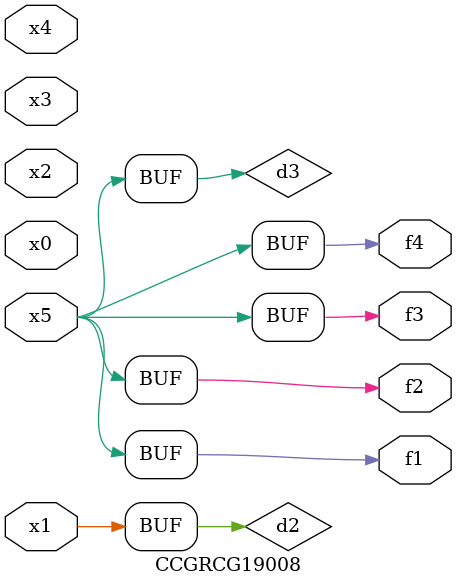
<source format=v>
module CCGRCG19008(
	input x0, x1, x2, x3, x4, x5,
	output f1, f2, f3, f4
);

	wire d1, d2, d3;

	not (d1, x5);
	or (d2, x1);
	xnor (d3, d1);
	assign f1 = d3;
	assign f2 = d3;
	assign f3 = d3;
	assign f4 = d3;
endmodule

</source>
